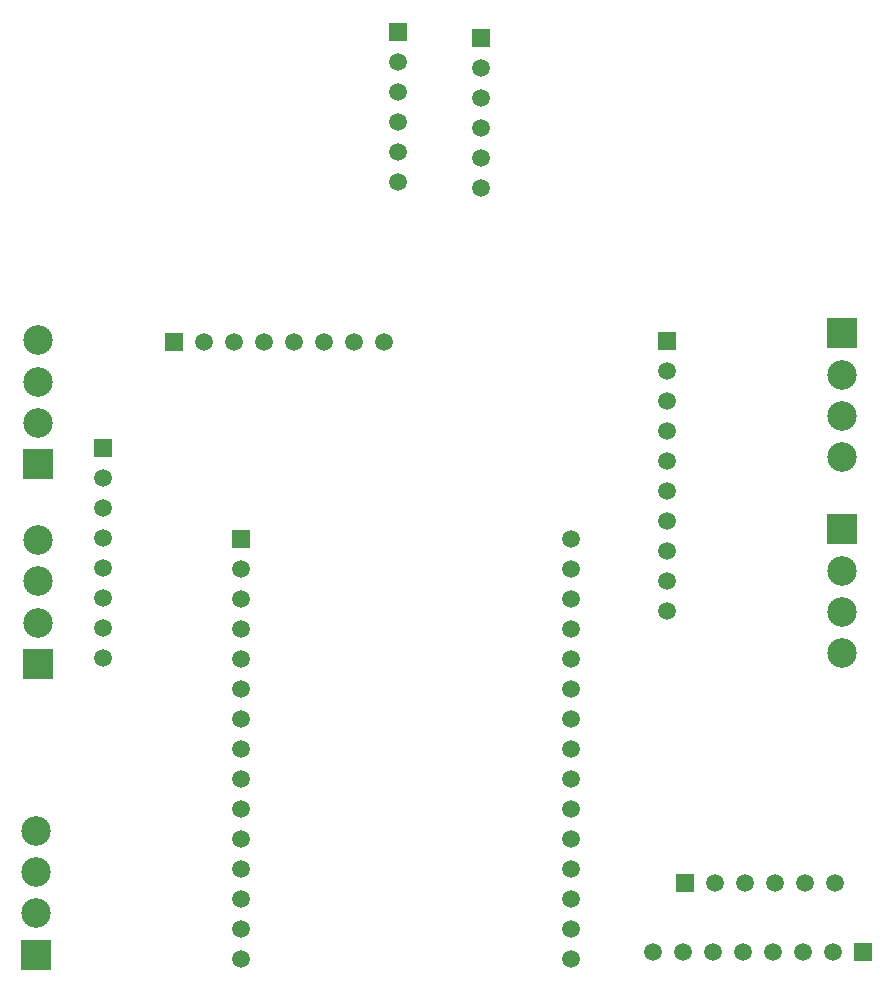
<source format=gbr>
G70*
%FSLAX55Y55*%
%ADD11R,0.05906X0.05906*%
%ADD12C,0.05906*%
%ADD13R,0.09843X0.09843*%
%ADD14C,0.09843*%
D11*
X63295Y227250D03*
D12*
X63295Y217250D03*
X63295Y207250D03*
X63295Y197250D03*
X63295Y187250D03*
X63276Y177250D03*
X63276Y167250D03*
X63276Y157250D03*
D13*
X41642Y155321D03*
D14*
X41642Y169101D03*
X41642Y182880D03*
X41642Y196660D03*
D11*
X161524Y366030D03*
D12*
X161524Y356030D03*
X161524Y346030D03*
X161524Y336030D03*
X161524Y326030D03*
X161504Y316030D03*
D11*
X109102Y197093D03*
D12*
X109102Y187093D03*
X109102Y177093D03*
X109102Y167093D03*
X109102Y157093D03*
X109083Y147093D03*
X109083Y137093D03*
X109083Y127093D03*
X109083Y117093D03*
X109083Y107093D03*
X109083Y97093D03*
X109083Y87093D03*
X109083Y77093D03*
X109083Y67093D03*
X109083Y57093D03*
X219319Y57093D03*
X219319Y67093D03*
X219319Y77093D03*
X219319Y87093D03*
X219319Y97093D03*
X219319Y107093D03*
X219319Y117093D03*
X219319Y127093D03*
X219319Y137093D03*
X219319Y147093D03*
X219319Y157093D03*
X219319Y167093D03*
X219319Y177093D03*
X219319Y187093D03*
X219319Y197093D03*
D11*
X86839Y262605D03*
D12*
X96839Y262605D03*
X106839Y262605D03*
X116839Y262605D03*
X126839Y262605D03*
X136839Y262585D03*
X146839Y262585D03*
X156839Y262585D03*
D11*
X189063Y363943D03*
D12*
X189063Y353943D03*
X189063Y343943D03*
X189063Y333943D03*
X189063Y323943D03*
X189043Y313943D03*
D11*
X316406Y59317D03*
D12*
X306406Y59317D03*
X296406Y59317D03*
X286406Y59317D03*
X276406Y59317D03*
X266406Y59337D03*
X256406Y59337D03*
X246406Y59337D03*
D13*
X41642Y221857D03*
D14*
X41642Y235636D03*
X41642Y249416D03*
X41642Y263195D03*
D11*
X257114Y82231D03*
D12*
X267114Y82231D03*
X277114Y82231D03*
X287114Y82231D03*
X297114Y82231D03*
X307114Y82211D03*
D11*
X251091Y262841D03*
D12*
X251091Y252841D03*
X251091Y242841D03*
X251091Y232841D03*
X251091Y222841D03*
X251091Y212841D03*
X251091Y202841D03*
X251091Y192841D03*
X251091Y182841D03*
X251091Y172841D03*
D13*
X40854Y58471D03*
D14*
X40854Y72250D03*
X40854Y86030D03*
X40854Y99809D03*
D13*
X309358Y265557D03*
D14*
X309358Y251778D03*
X309358Y237998D03*
X309358Y224219D03*
D13*
X309358Y200203D03*
D14*
X309358Y186424D03*
X309358Y172644D03*
X309358Y158865D03*
M02*

</source>
